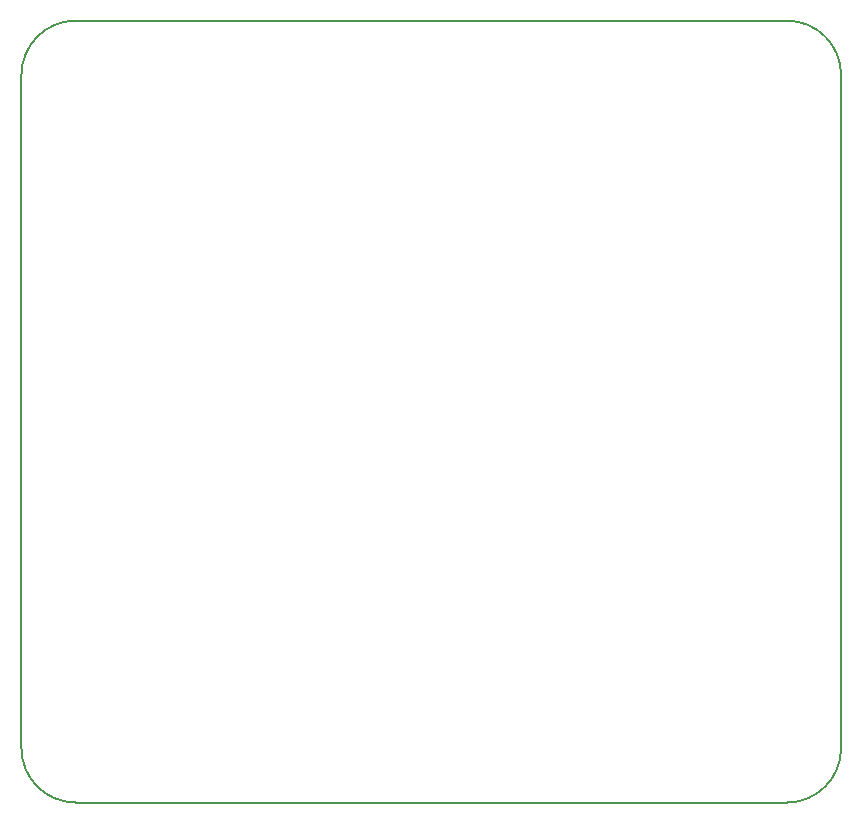
<source format=gbr>
%TF.GenerationSoftware,KiCad,Pcbnew,(5.1.9-0-10_14)*%
%TF.CreationDate,2021-04-28T14:39:26+08:00*%
%TF.ProjectId,TPT_PCB,5450545f-5043-4422-9e6b-696361645f70,rev?*%
%TF.SameCoordinates,Original*%
%TF.FileFunction,Profile,NP*%
%FSLAX46Y46*%
G04 Gerber Fmt 4.6, Leading zero omitted, Abs format (unit mm)*
G04 Created by KiCad (PCBNEW (5.1.9-0-10_14)) date 2021-04-28 14:39:26*
%MOMM*%
%LPD*%
G01*
G04 APERTURE LIST*
%TA.AperFunction,Profile*%
%ADD10C,0.150000*%
%TD*%
G04 APERTURE END LIST*
D10*
X193600000Y-122000000D02*
G75*
G02*
X189000000Y-126600000I-4600000J0D01*
G01*
X128799161Y-126600000D02*
G75*
G02*
X124200000Y-122000000I839J4600000D01*
G01*
X124200000Y-65000000D02*
G75*
G02*
X128800000Y-60400000I4600000J0D01*
G01*
X189000000Y-60400000D02*
G75*
G02*
X193600000Y-65000000I0J-4600000D01*
G01*
X128800000Y-60400000D02*
X189000000Y-60400000D01*
X193600000Y-122000000D02*
X193600000Y-65000000D01*
X128800000Y-126600000D02*
X189000000Y-126600000D01*
X124200000Y-65000000D02*
X124200000Y-122000000D01*
M02*

</source>
